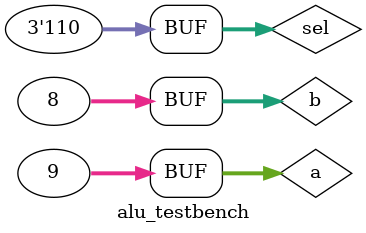
<source format=v>
`define DELAY 20
module alu_testbench();

reg [31:0] a, b;
reg [2:0] sel;
wire [31:0] out;
wire zero;

ALU_3_bit_op alu_test( zero,out[31:0],a [31:0],b [31:0],sel);

initial begin
// add test
a = 32'd2;
b = 32'd6;
sel = 3'b001;
#`DELAY;
// add w/overflow test
a = 32'd2147483647;
b = 32'd2147483647;
sel = 3'b001;
#`DELAY;
// sub test
a = 32'd15;
b = 32'd3;
sel = 3'b010;
#`DELAY;
// sub test
a = 32'd0;
b = 32'd2147483647;
sel = 3'b010;
#`DELAY;
// and test
a = 32'b00000000_00000000_00000000_10101010;
b = 32'b00000000_00000000_11111111_11111111;
sel = 3'b000;
#`DELAY;
// or test
a = 32'b00000000_00000000_00000000_10101010;
b = 32'b00000000_00000000_11111111_11111111;
sel = 3'b101;
#`DELAY;
// xor test
a = 32'b00000000_00000000_00000000_10101010;
b = 32'b00000000_00000000_11111111_11111111;
sel = 3'b011;
#`DELAY;
// sub test w/zero out
a = 32'd2;
b = 32'd2;
sel = 3'b010;
#`DELAY;
// nor test
a = 32'b00000000_00000000_00000000_10101010;
b = 32'b00000000_00000000_11111111_11111111;
sel = 3'b100;
//slt test
#`DELAY;
a = 32'd9;
b = 32'd8;
sel = 3'b110;
#`DELAY;
end

initial
begin
$monitor("time = %d, a =%32b, b=%32b, sel=%3b, out=%32b, zero=%1b", $time, a, b, sel, out, zero);
end


endmodule

</source>
